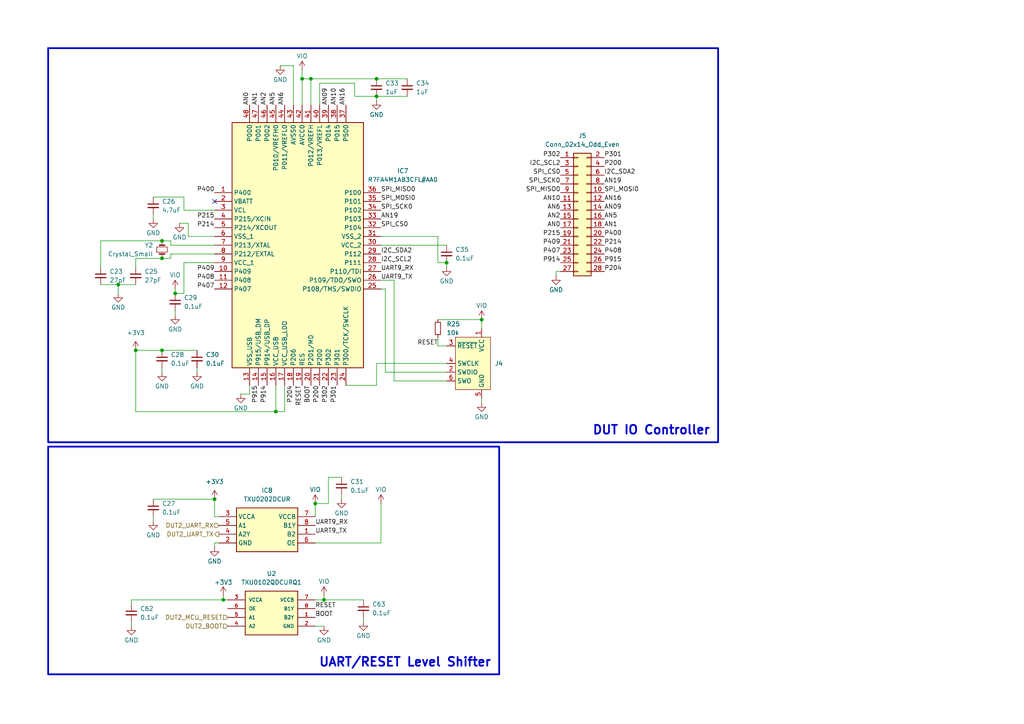
<source format=kicad_sch>
(kicad_sch (version 20250114) (generator "eeschema") (generator_version "9.0")
  (paper "A4")
  (lib_symbols
    (symbol "Connector:Conn_ARM_SWD_TagConnect_TC2030-NL" (in_bom no)
      (property "Reference" "J" (at 2.54 11.43 0))
      (property "Value" "Conn_ARM_SWD_TagConnect_TC2030-NL" (at 2.54 8.89 0))
      (symbol "Conn_ARM_SWD_TagConnect_TC2030-NL_0_0"
        (pin power_in line (at -2.54 10.16 270) (length 2.54) (name "VCC") (number "1"))
        (pin power_in line (at -2.54 -10.16 90) (length 2.54) (name "GND") (number "5"))
        (pin open_collector line (at 7.62 5.08 180) (length 2.54) (name "~{RESET}") (number "3"))
        (pin output line (at 7.62 0 180) (length 2.54) (name "SWCLK") (number "4"))
        (pin bidirectional line (at 7.62 -2.54 180) (length 2.54) (name "SWDIO") (number "2"))
        (pin input line (at 7.62 -5.08 180) (length 2.54) (name "SWO") (number "6"))
      )
      (symbol "Conn_ARM_SWD_TagConnect_TC2030-NL_0_1"
        (rectangle (start -5.08 7.62) (end 5.08 -7.62) (fill (type background)))
      )
    )
    (symbol "Connector_Generic:Conn_02x14_Odd_Even" (pin_names (offset 1.016) (hide yes))
      (property "Reference" "J" (at 1.27 17.78 0))
      (property "Value" "Conn_02x14_Odd_Even" (at 1.27 -20.32 0))
      (symbol "Conn_02x14_Odd_Even_1_1"
        (rectangle (start -1.27 16.51) (end 3.81 -19.05) (stroke (width 0.254)) (fill (type background)))
        (rectangle (start -1.27 15.367) (end 0 15.113) (stroke (width 0.1524)))
        (rectangle (start -1.27 12.827) (end 0 12.573) (stroke (width 0.1524)))
        (rectangle (start -1.27 10.287) (end 0 10.033) (stroke (width 0.1524)))
        (rectangle (start -1.27 7.747) (end 0 7.493) (stroke (width 0.1524)))
        (rectangle (start -1.27 5.207) (end 0 4.953) (stroke (width 0.1524)))
        (rectangle (start -1.27 2.667) (end 0 2.413) (stroke (width 0.1524)))
        (rectangle (start -1.27 0.127) (end 0 -0.127) (stroke (width 0.1524)))
        (rectangle (start -1.27 -2.413) (end 0 -2.667) (stroke (width 0.1524)))
        (rectangle (start -1.27 -4.953) (end 0 -5.207) (stroke (width 0.1524)))
        (rectangle (start -1.27 -7.493) (end 0 -7.747) (stroke (width 0.1524)))
        (rectangle (start -1.27 -10.033) (end 0 -10.287) (stroke (width 0.1524)))
        (rectangle (start -1.27 -12.573) (end 0 -12.827) (stroke (width 0.1524)))
        (rectangle (start -1.27 -15.113) (end 0 -15.367) (stroke (width 0.1524)))
        (rectangle (start -1.27 -17.653) (end 0 -17.907) (stroke (width 0.1524)))
        (rectangle (start 3.81 15.367) (end 2.54 15.113) (stroke (width 0.1524)))
        (rectangle (start 3.81 12.827) (end 2.54 12.573) (stroke (width 0.1524)))
        (rectangle (start 3.81 10.287) (end 2.54 10.033) (stroke (width 0.1524)))
        (rectangle (start 3.81 7.747) (end 2.54 7.493) (stroke (width 0.1524)))
        (rectangle (start 3.81 5.207) (end 2.54 4.953) (stroke (width 0.1524)))
        (rectangle (start 3.81 2.667) (end 2.54 2.413) (stroke (width 0.1524)))
        (rectangle (start 3.81 0.127) (end 2.54 -0.127) (stroke (width 0.1524)))
        (rectangle (start 3.81 -2.413) (end 2.54 -2.667) (stroke (width 0.1524)))
        (rectangle (start 3.81 -4.953) (end 2.54 -5.207) (stroke (width 0.1524)))
        (rectangle (start 3.81 -7.493) (end 2.54 -7.747) (stroke (width 0.1524)))
        (rectangle (start 3.81 -10.033) (end 2.54 -10.287) (stroke (width 0.1524)))
        (rectangle (start 3.81 -12.573) (end 2.54 -12.827) (stroke (width 0.1524)))
        (rectangle (start 3.81 -15.113) (end 2.54 -15.367) (stroke (width 0.1524)))
        (rectangle (start 3.81 -17.653) (end 2.54 -17.907) (stroke (width 0.1524)))
        (pin passive line (at -5.08 15.24 0) (length 3.81) (name "Pin_1") (number "1"))
        (pin passive line (at -5.08 12.7 0) (length 3.81) (name "Pin_3") (number "3"))
        (pin passive line (at -5.08 10.16 0) (length 3.81) (name "Pin_5") (number "5"))
        (pin passive line (at -5.08 7.62 0) (length 3.81) (name "Pin_7") (number "7"))
        (pin passive line (at -5.08 5.08 0) (length 3.81) (name "Pin_9") (number "9"))
        (pin passive line (at -5.08 2.54 0) (length 3.81) (name "Pin_11") (number "11"))
        (pin passive line (at -5.08 0 0) (length 3.81) (name "Pin_13") (number "13"))
        (pin passive line (at -5.08 -2.54 0) (length 3.81) (name "Pin_15") (number "15"))
        (pin passive line (at -5.08 -5.08 0) (length 3.81) (name "Pin_17") (number "17"))
        (pin passive line (at -5.08 -7.62 0) (length 3.81) (name "Pin_19") (number "19"))
        (pin passive line (at -5.08 -10.16 0) (length 3.81) (name "Pin_21") (number "21"))
        (pin passive line (at -5.08 -12.7 0) (length 3.81) (name "Pin_23") (number "23"))
        (pin passive line (at -5.08 -15.24 0) (length 3.81) (name "Pin_25") (number "25"))
        (pin passive line (at -5.08 -17.78 0) (length 3.81) (name "Pin_27") (number "27"))
        (pin passive line (at 7.62 15.24 180) (length 3.81) (name "Pin_2") (number "2"))
        (pin passive line (at 7.62 12.7 180) (length 3.81) (name "Pin_4") (number "4"))
        (pin passive line (at 7.62 10.16 180) (length 3.81) (name "Pin_6") (number "6"))
        (pin passive line (at 7.62 7.62 180) (length 3.81) (name "Pin_8") (number "8"))
        (pin passive line (at 7.62 5.08 180) (length 3.81) (name "Pin_10") (number "10"))
        (pin passive line (at 7.62 2.54 180) (length 3.81) (name "Pin_12") (number "12"))
        (pin passive line (at 7.62 0 180) (length 3.81) (name "Pin_14") (number "14"))
        (pin passive line (at 7.62 -2.54 180) (length 3.81) (name "Pin_16") (number "16"))
        (pin passive line (at 7.62 -5.08 180) (length 3.81) (name "Pin_18") (number "18"))
        (pin passive line (at 7.62 -7.62 180) (length 3.81) (name "Pin_20") (number "20"))
        (pin passive line (at 7.62 -10.16 180) (length 3.81) (name "Pin_22") (number "22"))
        (pin passive line (at 7.62 -12.7 180) (length 3.81) (name "Pin_24") (number "24"))
        (pin passive line (at 7.62 -15.24 180) (length 3.81) (name "Pin_26") (number "26"))
        (pin passive line (at 7.62 -17.78 180) (length 3.81) (name "Pin_28") (number "28"))
      )
    )
    (symbol "Device:C_Small" (pin_numbers (hide yes)) (pin_names (offset 0.254) (hide yes))
      (property "Reference" "C" (at 0.254 1.778 0))
      (property "Value" "C_Small" (at 0.254 -2.032 0))
      (symbol "C_Small_0_1"
        (polyline (pts (xy -1.524 0.508) (xy 1.524 0.508)) (stroke (width 0.3048)))
        (polyline (pts (xy -1.524 -0.508) (xy 1.524 -0.508)) (stroke (width 0.3302)))
      )
      (symbol "C_Small_1_1"
        (pin passive line (at 0 2.54 270) (length 2.032) (name "~") (number "1"))
        (pin passive line (at 0 -2.54 90) (length 2.032) (name "~") (number "2"))
      )
    )
    (symbol "Device:Crystal_Small" (pin_numbers (hide yes)) (pin_names (offset 1.016) (hide yes))
      (property "Reference" "Y" (at 0 2.54 0))
      (property "Value" "Crystal_Small" (at 0 -2.54 0))
      (symbol "Crystal_Small_0_1"
        (polyline (pts (xy -1.27 -0.762) (xy -1.27 0.762)) (stroke (width 0.381)))
        (rectangle (start -0.762 -1.524) (end 0.762 1.524))
        (polyline (pts (xy 1.27 -0.762) (xy 1.27 0.762)) (stroke (width 0.381)))
      )
      (symbol "Crystal_Small_1_1"
        (pin passive line (at -2.54 0 0) (length 1.27) (name "1") (number "1"))
        (pin passive line (at 2.54 0 180) (length 1.27) (name "2") (number "2"))
      )
    )
    (symbol "Device:R_Small" (pin_numbers (hide yes)) (pin_names (offset 0.254) (hide yes))
      (property "Reference" "R" (at 0.762 0.508 0))
      (property "Value" "R_Small" (at 0.762 -1.016 0))
      (symbol "R_Small_0_1"
        (rectangle (start -0.762 1.778) (end 0.762 -1.778) (stroke (width 0.2032)))
      )
      (symbol "R_Small_1_1"
        (pin passive line (at 0 2.54 270) (length 0.762) (name "~") (number "1"))
        (pin passive line (at 0 -2.54 90) (length 0.762) (name "~") (number "2"))
      )
    )
    (symbol "dut_hub:R7FA4M1AB3CFL#AA0"
      (property "Reference" "IC" (at 44.45 25.4 0))
      (property "Value" "R7FA4M1AB3CFL#AA0" (at 44.45 22.86 0))
      (symbol "R7FA4M1AB3CFL#AA0_1_1"
        (rectangle (start 5.08 20.32) (end 43.18 -50.8) (stroke (width 0.254)) (fill (type background)))
        (pin passive line (at 0 0 0) (length 5.08) (name "P400") (number "1"))
        (pin passive line (at 0 -2.54 0) (length 5.08) (name "VBATT") (number "2"))
        (pin passive line (at 0 -5.08 0) (length 5.08) (name "VCL") (number "3"))
        (pin passive line (at 0 -7.62 0) (length 5.08) (name "P215/XCIN") (number "4"))
        (pin passive line (at 0 -10.16 0) (length 5.08) (name "P214/XCOUT") (number "5"))
        (pin passive line (at 0 -12.7 0) (length 5.08) (name "VSS_1") (number "6"))
        (pin passive line (at 0 -15.24 0) (length 5.08) (name "P213/XTAL") (number "7"))
        (pin passive line (at 0 -17.78 0) (length 5.08) (name "P212/EXTAL") (number "8"))
        (pin passive line (at 0 -20.32 0) (length 5.08) (name "VCC_1") (number "9"))
        (pin passive line (at 0 -22.86 0) (length 5.08) (name "P409") (number "10"))
        (pin passive line (at 0 -25.4 0) (length 5.08) (name "P408") (number "11"))
        (pin passive line (at 0 -27.94 0) (length 5.08) (name "P407") (number "12"))
        (pin passive line (at 10.16 25.4 270) (length 5.08) (name "P000") (number "48"))
        (pin passive line (at 10.16 -55.88 90) (length 5.08) (name "VSS_USB") (number "13"))
        (pin passive line (at 12.7 25.4 270) (length 5.08) (name "P001") (number "47"))
        (pin passive line (at 12.7 -55.88 90) (length 5.08) (name "P915/USB_DM") (number "14"))
        (pin passive line (at 15.24 25.4 270) (length 5.08) (name "P002") (number "46"))
        (pin passive line (at 15.24 -55.88 90) (length 5.08) (name "P914/USB_DP") (number "15"))
        (pin passive line (at 17.78 25.4 270) (length 5.08) (name "P010/VREFH0") (number "45"))
        (pin passive line (at 17.78 -55.88 90) (length 5.08) (name "VCC_USB") (number "16"))
        (pin passive line (at 20.32 25.4 270) (length 5.08) (name "P011/VREFL0") (number "44"))
        (pin passive line (at 20.32 -55.88 90) (length 5.08) (name "VCC_USB_LDO") (number "17"))
        (pin passive line (at 22.86 25.4 270) (length 5.08) (name "AVSS0") (number "43"))
        (pin passive line (at 22.86 -55.88 90) (length 5.08) (name "P206") (number "18"))
        (pin passive line (at 25.4 25.4 270) (length 5.08) (name "AVCC0") (number "42"))
        (pin passive line (at 25.4 -55.88 90) (length 5.08) (name "RES") (number "19"))
        (pin passive line (at 27.94 25.4 270) (length 5.08) (name "P012/VREFH") (number "41"))
        (pin passive line (at 27.94 -55.88 90) (length 5.08) (name "P201/MD") (number "20"))
        (pin passive line (at 30.48 25.4 270) (length 5.08) (name "P013/VREFL") (number "40"))
        (pin passive line (at 30.48 -55.88 90) (length 5.08) (name "P200") (number "21"))
        (pin passive line (at 33.02 25.4 270) (length 5.08) (name "P014") (number "39"))
        (pin passive line (at 33.02 -55.88 90) (length 5.08) (name "P302") (number "22"))
        (pin passive line (at 35.56 25.4 270) (length 5.08) (name "P015") (number "38"))
        (pin passive line (at 35.56 -55.88 90) (length 5.08) (name "P301") (number "23"))
        (pin passive line (at 38.1 25.4 270) (length 5.08) (name "P500") (number "37"))
        (pin passive line (at 38.1 -55.88 90) (length 5.08) (name "P300/TCK/SWCLK") (number "24"))
        (pin passive line (at 48.26 0 180) (length 5.08) (name "P100") (number "36"))
        (pin passive line (at 48.26 -2.54 180) (length 5.08) (name "P101") (number "35"))
        (pin passive line (at 48.26 -5.08 180) (length 5.08) (name "P102") (number "34"))
        (pin passive line (at 48.26 -7.62 180) (length 5.08) (name "P103") (number "33"))
        (pin passive line (at 48.26 -10.16 180) (length 5.08) (name "P104") (number "32"))
        (pin passive line (at 48.26 -12.7 180) (length 5.08) (name "VSS_2") (number "31"))
        (pin passive line (at 48.26 -15.24 180) (length 5.08) (name "VCC_2") (number "30"))
        (pin passive line (at 48.26 -17.78 180) (length 5.08) (name "P112") (number "29"))
        (pin passive line (at 48.26 -20.32 180) (length 5.08) (name "P111") (number "28"))
        (pin passive line (at 48.26 -22.86 180) (length 5.08) (name "P110/TDI") (number "27"))
        (pin passive line (at 48.26 -25.4 180) (length 5.08) (name "P109/TDO/SWO") (number "26"))
        (pin passive line (at 48.26 -27.94 180) (length 5.08) (name "P108/TMS/SWDIO") (number "25"))
      )
    )
    (symbol "dut_hub:TXU0102QDCURQ1" (pin_names (offset 1.016))
      (property "Reference" "U" (at -7.62 13.462 0))
      (property "Value" "TXU0102QDCURQ1" (at -7.62 -2.54 0))
      (symbol "TXU0102QDCURQ1_0_0"
        (rectangle (start -7.62 12.7) (end 7.62 0) (stroke (width 0.254)) (fill (type background)))
        (pin power_in line (at -12.7 10.16 0) (length 5.08) (name "VCCA") (number "3"))
        (pin input line (at -12.7 7.62 0) (length 5.08) (name "OE") (number "6"))
        (pin input line (at -12.7 5.08 0) (length 5.08) (name "A1") (number "5"))
        (pin input line (at -12.7 2.54 0) (length 5.08) (name "A2") (number "4"))
        (pin power_in line (at 12.7 10.16 180) (length 5.08) (name "VCCB") (number "7"))
        (pin output line (at 12.7 7.62 180) (length 5.08) (name "B1Y") (number "8"))
        (pin output line (at 12.7 5.08 180) (length 5.08) (name "B2Y") (number "1"))
        (pin power_in line (at 12.7 2.54 180) (length 5.08) (name "GND") (number "2"))
      )
    )
    (symbol "dut_hub:TXU0202DCUR"
      (property "Reference" "IC" (at 6.858 8.128 0))
      (property "Value" "TXU0202DCUR" (at 6.858 5.588 0))
      (symbol "TXU0202DCUR_1_1"
        (rectangle (start 5.08 2.54) (end 22.86 -10.16) (stroke (width 0.254)) (fill (type background)))
        (pin power_in line (at 0 0 0) (length 5.08) (name "VCCA") (number "3"))
        (pin input line (at 0 -2.54 0) (length 5.08) (name "A1") (number "5"))
        (pin output line (at 0 -5.08 0) (length 5.08) (name "A2Y") (number "4"))
        (pin power_in line (at 0 -7.62 0) (length 5.08) (name "GND") (number "2"))
        (pin power_in line (at 27.94 0 180) (length 5.08) (name "VCCB") (number "7"))
        (pin output line (at 27.94 -2.54 180) (length 5.08) (name "B1Y") (number "8"))
        (pin input line (at 27.94 -5.08 180) (length 5.08) (name "B2") (number "1"))
        (pin input line (at 27.94 -7.62 180) (length 5.08) (name "OE") (number "6"))
      )
    )
    (symbol "power:+3V3" (power) (pin_numbers (hide yes)) (pin_names (offset 0) (hide yes))
      (property "Value" "+3V3" (at 0 3.556 0))
      (symbol "+3V3_0_1"
        (polyline (pts (xy -0.762 1.27) (xy 0 2.54)))
        (polyline (pts (xy 0 2.54) (xy 0.762 1.27)))
        (polyline (pts (xy 0 0) (xy 0 2.54)))
      )
      (symbol "+3V3_1_1"
        (pin power_in line (at 0 0 90) (length 0) (name "~") (number "1"))
      )
    )
    (symbol "power:GND" (power) (pin_numbers (hide yes)) (pin_names (offset 0) (hide yes))
      (property "Value" "GND" (at 0 -3.81 0))
      (symbol "GND_0_1"
        (polyline (pts (xy 0 0) (xy 0 -1.27) (xy 1.27 -1.27) (xy 0 -2.54) (xy -1.27 -1.27) (xy 0 -1.27)))
      )
      (symbol "GND_1_1"
        (pin power_in line (at 0 0 270) (length 0) (name "~") (number "1"))
      )
    )
    (symbol "power:VDC" (power) (pin_numbers (hide yes)) (pin_names (offset 0) (hide yes))
      (property "Value" "VDC" (at 0 3.556 0))
      (symbol "VDC_0_1"
        (polyline (pts (xy -0.762 1.27) (xy 0 2.54)))
        (polyline (pts (xy 0 2.54) (xy 0.762 1.27)))
        (polyline (pts (xy 0 0) (xy 0 2.54)))
      )
      (symbol "VDC_1_1"
        (pin power_in line (at 0 0 90) (length 0) (name "~") (number "1"))
      )
    )
  )
  (text_box "DUT IO Controller" (at 13.97 13.97 0) (size 194.31 114.3) (margins 2.159 2.159 2.159 2.159) (stroke (width 0.508)) (effects (font (size 2.54 2.54) (thickness 0.508) (bold yes)) (justify right bottom)))
  (text_box "UART/RESET Level Shifter" (at 13.97 129.54 0) (size 130.81 66.04) (margins 2.159 2.159 2.159 2.159) (stroke (width 0.508)) (effects (font (size 2.54 2.54) (thickness 0.508) (bold yes)) (justify right bottom)))
  (junction (at 64.77 173.99))
  (junction (at 39.37 101.6))
  (junction (at 62.23 144.78))
  (junction (at 46.99 69.85))
  (junction (at 93.98 173.99))
  (junction (at 46.99 74.93))
  (junction (at 50.8 85.09))
  (junction (at 129.54 76.2))
  (junction (at 109.22 27.94))
  (junction (at 91.44 146.05))
  (junction (at 139.7 92.71))
  (junction (at 109.22 22.86))
  (junction (at 90.17 22.86))
  (junction (at 87.63 22.86))
  (junction (at 80.01 119.38))
  (junction (at 46.99 101.6))
  (junction (at 34.29 82.55))
  (no_connect (at 62.23 58.42))
  (wire (pts (xy 38.1 173.99) (xy 38.1 175.26)))
  (wire (pts (xy 46.99 69.85) (xy 29.21 69.85)))
  (wire (pts (xy 46.99 106.68) (xy 46.99 107.95)))
  (wire (pts (xy 64.77 173.99) (xy 38.1 173.99)))
  (wire (pts (xy 50.8 83.82) (xy 50.8 85.09)))
  (wire (pts (xy 57.15 106.68) (xy 57.15 107.95)))
  (wire (pts (xy 62.23 76.2) (xy 53.34 76.2)))
  (wire (pts (xy 129.54 105.41) (xy 109.22 105.41)))
  (wire (pts (xy 127 92.71) (xy 139.7 92.71)))
  (wire (pts (xy 91.44 173.99) (xy 93.98 173.99)))
  (wire (pts (xy 49.53 73.66) (xy 49.53 74.93)))
  (wire (pts (xy 139.7 115.57) (xy 139.7 116.84)))
  (wire (pts (xy 29.21 82.55) (xy 34.29 82.55)))
  (wire (pts (xy 49.53 71.12) (xy 62.23 71.12)))
  (wire (pts (xy 34.29 82.55) (xy 34.29 85.09)))
  (wire (pts (xy 46.99 69.85) (xy 49.53 69.85)))
  (wire (pts (xy 62.23 144.78) (xy 62.23 149.86)))
  (wire (pts (xy 91.44 149.86) (xy 91.44 146.05)))
  (wire (pts (xy 127 68.58) (xy 127 76.2)))
  (wire (pts (xy 90.17 22.86) (xy 109.22 22.86)))
  (wire (pts (xy 127 76.2) (xy 129.54 76.2)))
  (wire (pts (xy 110.49 71.12) (xy 129.54 71.12)))
  (wire (pts (xy 109.22 111.76) (xy 100.33 111.76)))
  (wire (pts (xy 62.23 68.58) (xy 54.61 68.58)))
  (wire (pts (xy 39.37 119.38) (xy 80.01 119.38)))
  (wire (pts (xy 62.23 157.48) (xy 62.23 158.75)))
  (wire (pts (xy 109.22 22.86) (xy 118.11 22.86)))
  (wire (pts (xy 50.8 90.17) (xy 50.8 91.44)))
  (wire (pts (xy 44.45 149.86) (xy 44.45 151.13)))
  (wire (pts (xy 53.34 57.15) (xy 44.45 57.15)))
  (wire (pts (xy 64.77 172.72) (xy 64.77 173.99)))
  (wire (pts (xy 82.55 111.76) (xy 82.55 119.38)))
  (wire (pts (xy 29.21 69.85) (xy 29.21 77.47)))
  (wire (pts (xy 110.49 68.58) (xy 127 68.58)))
  (wire (pts (xy 72.39 114.3) (xy 69.85 114.3)))
  (wire (pts (xy 53.34 85.09) (xy 50.8 85.09)))
  (wire (pts (xy 129.54 107.95) (xy 111.76 107.95)))
  (wire (pts (xy 109.22 27.94) (xy 109.22 29.21)))
  (wire (pts (xy 127 100.33) (xy 127 97.79)))
  (wire (pts (xy 63.5 149.86) (xy 62.23 149.86)))
  (wire (pts (xy 90.17 22.86) (xy 90.17 30.48)))
  (wire (pts (xy 63.5 157.48) (xy 62.23 157.48)))
  (wire (pts (xy 110.49 146.05) (xy 110.49 157.48)))
  (wire (pts (xy 62.23 73.66) (xy 49.53 73.66)))
  (wire (pts (xy 53.34 60.96) (xy 53.34 57.15)))
  (wire (pts (xy 111.76 83.82) (xy 111.76 107.95)))
  (wire (pts (xy 114.3 110.49) (xy 129.54 110.49)))
  (wire (pts (xy 54.61 68.58) (xy 54.61 64.77)))
  (wire (pts (xy 39.37 101.6) (xy 46.99 101.6)))
  (wire (pts (xy 99.06 138.43) (xy 95.25 138.43)))
  (wire (pts (xy 62.23 60.96) (xy 53.34 60.96)))
  (wire (pts (xy 46.99 101.6) (xy 57.15 101.6)))
  (wire (pts (xy 46.99 74.93) (xy 39.37 74.93)))
  (wire (pts (xy 93.98 173.99) (xy 93.98 172.72)))
  (wire (pts (xy 102.87 24.13) (xy 102.87 27.94)))
  (wire (pts (xy 114.3 81.28) (xy 114.3 110.49)))
  (wire (pts (xy 80.01 119.38) (xy 80.01 111.76)))
  (wire (pts (xy 162.56 78.74) (xy 161.29 78.74)))
  (wire (pts (xy 92.71 30.48) (xy 92.71 24.13)))
  (wire (pts (xy 99.06 143.51) (xy 99.06 144.78)))
  (wire (pts (xy 39.37 74.93) (xy 39.37 77.47)))
  (wire (pts (xy 54.61 64.77) (xy 52.07 64.77)))
  (wire (pts (xy 87.63 22.86) (xy 87.63 30.48)))
  (wire (pts (xy 44.45 62.23) (xy 44.45 63.5)))
  (wire (pts (xy 34.29 82.55) (xy 39.37 82.55)))
  (wire (pts (xy 81.28 19.05) (xy 85.09 19.05)))
  (wire (pts (xy 72.39 111.76) (xy 72.39 114.3)))
  (wire (pts (xy 129.54 76.2) (xy 129.54 77.47)))
  (wire (pts (xy 110.49 81.28) (xy 114.3 81.28)))
  (wire (pts (xy 91.44 157.48) (xy 110.49 157.48)))
  (wire (pts (xy 39.37 101.6) (xy 39.37 119.38)))
  (wire (pts (xy 129.54 100.33) (xy 127 100.33)))
  (wire (pts (xy 85.09 19.05) (xy 85.09 30.48)))
  (wire (pts (xy 49.53 69.85) (xy 49.53 71.12)))
  (wire (pts (xy 95.25 138.43) (xy 95.25 146.05)))
  (wire (pts (xy 44.45 144.78) (xy 62.23 144.78)))
  (wire (pts (xy 95.25 146.05) (xy 91.44 146.05)))
  (wire (pts (xy 111.76 83.82) (xy 110.49 83.82)))
  (wire (pts (xy 53.34 76.2) (xy 53.34 85.09)))
  (wire (pts (xy 109.22 27.94) (xy 118.11 27.94)))
  (wire (pts (xy 66.04 173.99) (xy 64.77 173.99)))
  (wire (pts (xy 109.22 105.41) (xy 109.22 111.76)))
  (wire (pts (xy 38.1 180.34) (xy 38.1 181.61)))
  (wire (pts (xy 87.63 22.86) (xy 90.17 22.86)))
  (wire (pts (xy 80.01 119.38) (xy 82.55 119.38)))
  (wire (pts (xy 87.63 20.32) (xy 87.63 22.86)))
  (wire (pts (xy 105.41 179.07) (xy 105.41 180.34)))
  (wire (pts (xy 102.87 27.94) (xy 109.22 27.94)))
  (wire (pts (xy 49.53 74.93) (xy 46.99 74.93)))
  (wire (pts (xy 91.44 181.61) (xy 93.98 181.61)))
  (wire (pts (xy 161.29 78.74) (xy 161.29 80.01)))
  (wire (pts (xy 93.98 173.99) (xy 105.41 173.99)))
  (wire (pts (xy 92.71 24.13) (xy 102.87 24.13)))
  (wire (pts (xy 139.7 92.71) (xy 139.7 95.25)))
  (label "AN10" (at 97.79 30.48 90))
  (label "SPI_CS0" (at 110.49 66.04 0))
  (label "P200" (at 175.26 48.26 0))
  (label "I2C_SCL2" (at 110.49 76.2 0))
  (label "RESET" (at 87.63 111.76 270))
  (label "AN19" (at 110.49 63.5 0))
  (label "SPI_MISO0" (at 162.56 55.88 180))
  (label "P914" (at 162.56 76.2 180))
  (label "P215" (at 162.56 68.58 180))
  (label "SPI_SCK0" (at 110.49 60.96 0))
  (label "P400" (at 175.26 68.58 0))
  (label "SPI_MISO0" (at 110.49 55.88 0))
  (label "BOOT" (at 90.17 111.76 270) (effects (font (thickness 0.1588))))
  (label "AN2" (at 162.56 63.5 180))
  (label "P400" (at 62.23 55.88 180))
  (label "P914" (at 77.47 111.76 270))
  (label "P407" (at 162.56 73.66 180))
  (label "P214" (at 175.26 71.12 0))
  (label "AN5" (at 80.01 30.48 90))
  (label "I2C_SDA2" (at 110.49 73.66 0))
  (label "AN10" (at 162.56 58.42 180))
  (label "UART9_RX" (at 91.44 152.4 0))
  (label "AN0" (at 162.56 66.04 180))
  (label "P409" (at 62.23 78.74 180))
  (label "AN09" (at 175.26 60.96 0))
  (label "AN0" (at 72.39 30.48 90))
  (label "AN5" (at 175.26 63.5 0))
  (label "AN16" (at 175.26 58.42 0))
  (label "P204" (at 175.26 78.74 0))
  (label "AN1" (at 74.93 30.48 90))
  (label "RESET" (at 91.44 176.53 0))
  (label "P200" (at 92.71 111.76 270))
  (label "UART9_TX" (at 91.44 154.94 0))
  (label "P302" (at 162.56 45.72 180))
  (label "P409" (at 162.56 71.12 180))
  (label "P301" (at 97.79 111.76 270))
  (label "AN1" (at 175.26 66.04 0))
  (label "SPI_MOSI0" (at 175.26 55.88 0))
  (label "P407" (at 62.23 83.82 180))
  (label "AN16" (at 100.33 30.48 90))
  (label "AN09" (at 95.25 30.48 90))
  (label "P408" (at 175.26 73.66 0))
  (label "AN6" (at 162.56 60.96 180))
  (label "P408" (at 62.23 81.28 180))
  (label "P214" (at 62.23 66.04 180))
  (label "SPI_MOSI0" (at 110.49 58.42 0))
  (label "SPI_CS0" (at 162.56 50.8 180))
  (label "P915" (at 74.93 111.76 270))
  (label "AN19" (at 175.26 53.34 0))
  (label "P915" (at 175.26 76.2 0))
  (label "AN6" (at 82.55 30.48 90))
  (label "AN2" (at 77.47 30.48 90))
  (label "P302" (at 95.25 111.76 270))
  (label "BOOT" (at 91.44 179.07 0) (effects (font (thickness 0.1588))))
  (label "SPI_SCK0" (at 162.56 53.34 180))
  (label "I2C_SDA2" (at 175.26 50.8 0))
  (label "UART9_RX" (at 110.49 78.74 0))
  (label "UART9_TX" (at 110.49 81.28 0))
  (label "P301" (at 175.26 45.72 0))
  (label "I2C_SCL2" (at 162.56 48.26 180))
  (label "RESET" (at 127 100.33 180))
  (label "P215" (at 62.23 63.5 180))
  (label "P204" (at 85.09 111.76 270))
  (hierarchical_label "DUT2_BOOT" (shape input) (at 66.04 181.61 180))
  (hierarchical_label "DUT2_UART_RX" (shape input) (at 63.5 152.4 180))
  (hierarchical_label "DUT2_MCU_RESET" (shape input) (at 66.04 179.07 180))
  (hierarchical_label "DUT2_UART_TX" (shape output) (at 63.5 154.94 180))
  (symbol (lib_id "dut_hub:TXU0102QDCURQ1") (at 78.74 184.15 0) (unit 1)
    (property "Reference" "U2" (at 78.74 166.37 0))
    (property "Value" "TXU0102QDCURQ1" (at 78.74 168.91 0))
    (property "Footprint" "dut_hub:SOP50P310X90-8N" (effects (hide yes)))
    (property "MF" "Texas Instruments" (effects (hide yes)))
    (property "MAXIMUM_PACKAGE_HEIGHT" "0.9mm" (effects (hide yes)))
    (property "Package" "None" (effects (hide yes)))
    (property "Price" "None" (effects (hide yes)))
    (property "Check_prices" "https://www.snapeda.com/parts/TXU0102QDCURQ1/Texas+Instruments/view-part/?ref=eda" (effects (hide yes)))
    (property "STANDARD" "IPC-7351B" (effects (hide yes)))
    (property "PARTREV" "August 2022" (effects (hide yes)))
    (property "SnapEDA_Link" "https://www.snapeda.com/parts/TXU0102QDCURQ1/Texas+Instruments/view-part/?ref=snap" (effects (hide yes)))
    (property "MP" "TXU0102QDCURQ1" (effects (hide yes)))
    (property "Description_1" "\n                        \n                            Automotive two-channel fixed-direction level shifter with channels in same direction\n                        \n" (effects (hide yes)))
    (property "Availability" "In Stock" (effects (hide yes)))
    (property "MANUFACTURER" "Texas Instruments" (effects (hide yes)))
  )
  (symbol (lib_id "Connector_Generic:Conn_02x14_Odd_Even") (at 167.64 60.96 0) (unit 1)
    (property "Reference" "J5" (at 168.91 39.37 0))
    (property "Value" "Conn_02x14_Odd_Even" (at 168.91 41.91 0))
    (property "Footprint" "Connector_PinSocket_2.54mm:PinSocket_2x14_P2.54mm_Vertical" (effects (hide yes)))
    (property "Description" "Generic connector, double row, 02x14, odd/even pin numbering scheme (row 1 odd numbers, row 2 even numbers), script generated (kicad-library-utils/schlib/autogen/connector/)" (effects (hide yes)))
  )
  (symbol (lib_id "power:VDC") (at 93.98 172.72 0) (unit 1)
    (property "Reference" "#PWR52" (effects (hide yes)))
    (property "Value" "VIO" (at 93.98 168.656 0))
    (property "Description" "Power symbol creates a global label with name \"VDC\"" (effects (hide yes)))
  )
  (symbol (lib_id "power:GND") (at 46.99 107.95 0) (unit 1)
    (property "Reference" "#PWR68" (effects (hide yes)))
    (property "Value" "GND" (at 46.99 112.014 0))
    (property "Description" "Power symbol creates a global label with name \"GND\" , ground" (effects (hide yes)))
  )
  (symbol (lib_id "power:GND") (at 44.45 151.13 0) (unit 1)
    (property "Reference" "#PWR67" (effects (hide yes)))
    (property "Value" "GND" (at 44.45 155.194 0))
    (property "Description" "Power symbol creates a global label with name \"GND\" , ground" (effects (hide yes)))
  )
  (symbol (lib_id "Device:C_Small") (at 29.21 80.01 0) (unit 1)
    (property "Reference" "C23" (at 31.75 78.7462 0) (effects (justify left)))
    (property "Value" "27pF" (at 31.75 81.2862 0) (effects (justify left)))
    (property "Footprint" "Capacitor_SMD:C_0603_1608Metric" (effects (hide yes)))
    (property "Description" "Unpolarized capacitor, small symbol" (effects (hide yes)))
  )
  (symbol (lib_id "Device:C_Small") (at 38.1 177.8 0) (unit 1)
    (property "Reference" "C62" (at 40.64 176.5362 0) (effects (justify left)))
    (property "Value" "0.1uF" (at 40.64 179.0762 0) (effects (justify left)))
    (property "Footprint" "Capacitor_SMD:C_0603_1608Metric" (effects (hide yes)))
    (property "Description" "Unpolarized capacitor, small symbol" (effects (hide yes)))
  )
  (symbol (lib_id "dut_hub:R7FA4M1AB3CFL#AA0") (at 62.23 55.88 0) (unit 1)
    (property "Reference" "IC7" (at 116.84 49.5614 0))
    (property "Value" "R7FA4M1AB3CFL#AA0" (at 116.84 52.1014 0))
    (property "Footprint" "dut_hub:QFP50P900X900X170-48N" (effects (hide yes)))
    (property "Description" "The Renesas RA4M1 group of microcontrollers (MCUs) uses the high-performance Arm Cortex-M4 core and offers a segment LCD controller and a capacitive touch sensing unit input for intensive HMI designs. The RA4M1 MCU is built on a highly efficient low power process and is supported by an open and flexible ecosystem conceptthe Flexible Software Package (FSP), built on FreeRTOSand is expandable to use other RTOSes and middleware. The RA4M1 is suitable for applications where a large amount of capacitive touc" (effects (hide yes)))
    (property "Height" "1.7" (effects (hide yes)))
    (property "Mouser Part Number" "968-7FA4M1AB3CFL#AA0" (effects (hide yes)))
    (property "Mouser Price/Stock" "https://www.mouser.co.uk/ProductDetail/Renesas-Electronics/R7FA4M1AB3CFLAA0?qs=d0WKAl%252BL4KYWxsbEhmYuYw%3D%3D" (effects (hide yes)))
    (property "Manufacturer_Name" "Renesas Electronics" (effects (hide yes)))
    (property "Manufacturer_Part_Number" "R7FA4M1AB3CFL#AA0" (effects (hide yes)))
  )
  (symbol (lib_id "power:VDC") (at 91.44 146.05 0) (unit 1)
    (property "Reference" "#PWR81" (effects (hide yes)))
    (property "Value" "VIO" (at 91.44 141.986 0))
    (property "Description" "Power symbol creates a global label with name \"VDC\"" (effects (hide yes)))
  )
  (symbol (lib_id "power:GND") (at 69.85 114.3 0) (unit 1)
    (property "Reference" "#PWR77" (effects (hide yes)))
    (property "Value" "GND" (at 69.85 118.364 0))
    (property "Description" "Power symbol creates a global label with name \"GND\" , ground" (effects (hide yes)))
  )
  (symbol (lib_id "power:VDC") (at 50.8 83.82 0) (unit 1)
    (property "Reference" "#PWR69" (effects (hide yes)))
    (property "Value" "VIO" (at 50.8 79.756 0))
    (property "Description" "Power symbol creates a global label with name \"VDC\"" (effects (hide yes)))
  )
  (symbol (lib_id "Device:C_Small") (at 105.41 176.53 0) (unit 1)
    (property "Reference" "C63" (at 107.95 175.2662 0) (effects (justify left)))
    (property "Value" "0.1uF" (at 107.95 177.8062 0) (effects (justify left)))
    (property "Footprint" "Capacitor_SMD:C_0603_1608Metric" (effects (hide yes)))
    (property "Description" "Unpolarized capacitor, small symbol" (effects (hide yes)))
  )
  (symbol (lib_id "Device:C_Small") (at 44.45 59.69 0) (unit 1)
    (property "Reference" "C26" (at 46.99 58.4262 0) (effects (justify left)))
    (property "Value" "4.7uF" (at 46.99 60.9662 0) (effects (justify left)))
    (property "Footprint" "Capacitor_SMD:C_0603_1608Metric" (effects (hide yes)))
    (property "Description" "Unpolarized capacitor, small symbol" (effects (hide yes)))
  )
  (symbol (lib_id "power:GND") (at 34.29 85.09 0) (unit 1)
    (property "Reference" "#PWR63" (effects (hide yes)))
    (property "Value" "GND" (at 34.29 89.154 0))
    (property "Description" "Power symbol creates a global label with name \"GND\" , ground" (effects (hide yes)))
  )
  (symbol (lib_id "Device:C_Small") (at 39.37 80.01 0) (unit 1)
    (property "Reference" "C25" (at 41.91 78.7462 0) (effects (justify left)))
    (property "Value" "27pF" (at 41.91 81.2862 0) (effects (justify left)))
    (property "Footprint" "Capacitor_SMD:C_0603_1608Metric" (effects (hide yes)))
    (property "Description" "Unpolarized capacitor, small symbol" (effects (hide yes)))
  )
  (symbol (lib_id "power:GND") (at 57.15 107.95 0) (unit 1)
    (property "Reference" "#PWR72" (effects (hide yes)))
    (property "Value" "GND" (at 57.15 112.014 0))
    (property "Description" "Power symbol creates a global label with name \"GND\" , ground" (effects (hide yes)))
  )
  (symbol (lib_id "power:GND") (at 50.8 91.44 0) (unit 1)
    (property "Reference" "#PWR70" (effects (hide yes)))
    (property "Value" "GND" (at 50.8 95.504 0))
    (property "Description" "Power symbol creates a global label with name \"GND\" , ground" (effects (hide yes)))
  )
  (symbol (lib_id "power:GND") (at 129.54 77.47 0) (unit 1)
    (property "Reference" "#PWR86" (effects (hide yes)))
    (property "Value" "GND" (at 129.54 81.534 0))
    (property "Description" "Power symbol creates a global label with name \"GND\" , ground" (effects (hide yes)))
  )
  (symbol (lib_id "power:GND") (at 109.22 29.21 0) (unit 1)
    (property "Reference" "#PWR84" (effects (hide yes)))
    (property "Value" "GND" (at 109.22 33.274 0))
    (property "Description" "Power symbol creates a global label with name \"GND\" , ground" (effects (hide yes)))
  )
  (symbol (lib_id "power:+3V3") (at 64.77 172.72 0) (unit 1)
    (property "Reference" "#PWR47" (effects (hide yes)))
    (property "Value" "+3V3" (at 64.77 168.91 0))
    (property "Description" "Power symbol creates a global label with name \"+3V3\"" (effects (hide yes)))
  )
  (symbol (lib_id "Device:C_Small") (at 50.8 87.63 0) (unit 1)
    (property "Reference" "C29" (at 53.34 86.3662 0) (effects (justify left)))
    (property "Value" "0.1uF" (at 53.34 88.9062 0) (effects (justify left)))
    (property "Footprint" "Capacitor_SMD:C_0603_1608Metric" (effects (hide yes)))
    (property "Description" "Unpolarized capacitor, small symbol" (effects (hide yes)))
  )
  (symbol (lib_id "Device:Crystal_Small") (at 46.99 72.39 270) (mirror x) (unit 1)
    (property "Reference" "Y2" (at 44.45 71.1199 90) (effects (justify right)))
    (property "Value" "Crystal_Small" (at 44.45 73.6599 90) (effects (justify right)))
    (property "Footprint" "Crystal:Crystal_SMD_Abracon_ABM3-2Pin_5.0x3.2mm" (effects (hide yes)))
    (property "Description" "Two pin crystal, small symbol" (effects (hide yes)))
  )
  (symbol (lib_id "power:GND") (at 81.28 19.05 0) (unit 1)
    (property "Reference" "#PWR78" (effects (hide yes)))
    (property "Value" "GND" (at 81.28 23.114 0))
    (property "Description" "Power symbol creates a global label with name \"GND\" , ground" (effects (hide yes)))
  )
  (symbol (lib_id "power:VDC") (at 87.63 20.32 0) (unit 1)
    (property "Reference" "#PWR80" (effects (hide yes)))
    (property "Value" "VIO" (at 87.63 16.256 0))
    (property "Description" "Power symbol creates a global label with name \"VDC\"" (effects (hide yes)))
  )
  (symbol (lib_id "Device:C_Small") (at 109.22 25.4 0) (unit 1)
    (property "Reference" "C33" (at 111.76 24.1362 0) (effects (justify left)))
    (property "Value" "1uF" (at 111.76 26.6762 0) (effects (justify left)))
    (property "Footprint" "Capacitor_SMD:C_0603_1608Metric" (effects (hide yes)))
    (property "Description" "Unpolarized capacitor, small symbol" (effects (hide yes)))
  )
  (symbol (lib_id "Device:C_Small") (at 129.54 73.66 0) (unit 1)
    (property "Reference" "C35" (at 132.08 72.3962 0) (effects (justify left)))
    (property "Value" "0.1uF" (at 132.08 74.9362 0) (effects (justify left)))
    (property "Footprint" "Capacitor_SMD:C_0603_1608Metric" (effects (hide yes)))
    (property "Description" "Unpolarized capacitor, small symbol" (effects (hide yes)))
  )
  (symbol (lib_id "power:GND") (at 139.7 116.84 0) (unit 1)
    (property "Reference" "#PWR88" (effects (hide yes)))
    (property "Value" "GND" (at 139.7 120.904 0))
    (property "Description" "Power symbol creates a global label with name \"GND\" , ground" (effects (hide yes)))
  )
  (symbol (lib_id "Device:C_Small") (at 46.99 104.14 0) (unit 1)
    (property "Reference" "C28" (at 49.53 102.8762 0) (effects (justify left)))
    (property "Value" "0.1uF" (at 49.53 105.4162 0) (effects (justify left)))
    (property "Footprint" "Capacitor_SMD:C_0603_1608Metric" (effects (hide yes)))
    (property "Description" "Unpolarized capacitor, small symbol" (effects (hide yes)))
  )
  (symbol (lib_id "power:GND") (at 52.07 64.77 0) (unit 1)
    (property "Reference" "#PWR71" (effects (hide yes)))
    (property "Value" "GND" (at 52.07 68.834 0))
    (property "Description" "Power symbol creates a global label with name \"GND\" , ground" (effects (hide yes)))
  )
  (symbol (lib_id "power:GND") (at 44.45 63.5 0) (unit 1)
    (property "Reference" "#PWR66" (effects (hide yes)))
    (property "Value" "GND" (at 44.45 67.564 0))
    (property "Description" "Power symbol creates a global label with name \"GND\" , ground" (effects (hide yes)))
  )
  (symbol (lib_id "power:+3V3") (at 62.23 144.78 0) (unit 1)
    (property "Reference" "#PWR75" (effects (hide yes)))
    (property "Value" "+3V3" (at 62.23 139.7 0))
    (property "Description" "Power symbol creates a global label with name \"+3V3\"" (effects (hide yes)))
  )
  (symbol (lib_id "power:VDC") (at 110.49 146.05 0) (unit 1)
    (property "Reference" "#PWR85" (effects (hide yes)))
    (property "Value" "VIO" (at 110.49 141.986 0))
    (property "Description" "Power symbol creates a global label with name \"VDC\"" (effects (hide yes)))
  )
  (symbol (lib_id "dut_hub:TXU0202DCUR") (at 63.5 149.86 0) (unit 1)
    (property "Reference" "IC8" (at 77.47 142.24 0))
    (property "Value" "TXU0202DCUR" (at 77.47 144.78 0))
    (property "Footprint" "dut_hub:SOP50P310X90-8N" (effects (hide yes)))
    (property "Datasheet" "https://www.ti.com/product/ja-jp/TXU0202" (effects (hide yes)))
    (property "Description" "Translation - Voltage Levels Two channel fixed-direction level shifter with channels in opposite direction" (effects (hide yes)))
    (property "Height" "0.9" (effects (hide yes)))
    (property "Mouser Part Number" "595-TXU0202DCUR" (effects (hide yes)))
    (property "Mouser Price/Stock" "https://www.mouser.co.uk/ProductDetail/Texas-Instruments/TXU0202DCUR?qs=t7xnP681wgVssPLUozppFA%3D%3D" (effects (hide yes)))
    (property "Manufacturer_Name" "Texas Instruments" (effects (hide yes)))
    (property "Manufacturer_Part_Number" "TXU0202DCUR" (effects (hide yes)))
  )
  (symbol (lib_id "Device:C_Small") (at 44.45 147.32 0) (unit 1)
    (property "Reference" "C27" (at 46.99 146.0562 0) (effects (justify left)))
    (property "Value" "0.1uF" (at 46.99 148.5962 0) (effects (justify left)))
    (property "Footprint" "Capacitor_SMD:C_0603_1608Metric" (effects (hide yes)))
    (property "Description" "Unpolarized capacitor, small symbol" (effects (hide yes)))
  )
  (symbol (lib_id "Device:C_Small") (at 99.06 140.97 0) (unit 1)
    (property "Reference" "C31" (at 101.6 139.7062 0) (effects (justify left)))
    (property "Value" "0.1uF" (at 101.6 142.2462 0) (effects (justify left)))
    (property "Footprint" "Capacitor_SMD:C_0603_1608Metric" (effects (hide yes)))
    (property "Description" "Unpolarized capacitor, small symbol" (effects (hide yes)))
  )
  (symbol (lib_id "Connector:Conn_ARM_SWD_TagConnect_TC2030-NL") (at 137.16 105.41 0) (mirror y) (unit 1) (in_bom no)
    (property "Reference" "J4" (at 143.51 105.4099 0) (effects (justify right)))
    (property "Value" "Conn_ARM_SWD_TagConnect_TC2030-NL" (effects (hide yes)))
    (property "Footprint" "Connector:Tag-Connect_TC2030-IDC-NL_2x03_P1.27mm_Vertical" (effects (hide yes)))
    (property "Datasheet" "https://www.tag-connect.com/wp-content/uploads/bsk-pdf-manager/TC2030-CTX_1.pdf" (effects (hide yes)))
    (property "Description" "Tag-Connect ARM Cortex SWD JTAG connector, 6 pin, no legs" (effects (hide yes)))
  )
  (symbol (lib_id "power:+3V3") (at 39.37 101.6 0) (unit 1)
    (property "Reference" "#PWR65" (effects (hide yes)))
    (property "Value" "+3V3" (at 39.37 96.52 0))
    (property "Description" "Power symbol creates a global label with name \"+3V3\"" (effects (hide yes)))
  )
  (symbol (lib_id "power:GND") (at 105.41 180.34 0) (unit 1)
    (property "Reference" "#PWR173" (effects (hide yes)))
    (property "Value" "GND" (at 105.41 184.404 0))
    (property "Description" "Power symbol creates a global label with name \"GND\" , ground" (effects (hide yes)))
  )
  (symbol (lib_id "power:GND") (at 38.1 181.61 0) (unit 1)
    (property "Reference" "#PWR46" (effects (hide yes)))
    (property "Value" "GND" (at 38.1 185.674 0))
    (property "Description" "Power symbol creates a global label with name \"GND\" , ground" (effects (hide yes)))
  )
  (symbol (lib_id "Device:C_Small") (at 118.11 25.4 0) (unit 1)
    (property "Reference" "C34" (at 120.65 24.1362 0) (effects (justify left)))
    (property "Value" "1uF" (at 120.65 26.6762 0) (effects (justify left)))
    (property "Footprint" "Capacitor_SMD:C_0603_1608Metric" (effects (hide yes)))
    (property "Description" "Unpolarized capacitor, small symbol" (effects (hide yes)))
  )
  (symbol (lib_id "power:GND") (at 99.06 144.78 0) (unit 1)
    (property "Reference" "#PWR82" (effects (hide yes)))
    (property "Value" "GND" (at 99.06 148.844 0))
    (property "Description" "Power symbol creates a global label with name \"GND\" , ground" (effects (hide yes)))
  )
  (symbol (lib_id "Device:C_Small") (at 57.15 104.14 0) (unit 1)
    (property "Reference" "C30" (at 59.69 102.8762 0) (effects (justify left)))
    (property "Value" "0.1uF" (at 59.69 105.4162 0) (effects (justify left)))
    (property "Footprint" "Capacitor_SMD:C_0603_1608Metric" (effects (hide yes)))
    (property "Description" "Unpolarized capacitor, small symbol" (effects (hide yes)))
  )
  (symbol (lib_id "power:GND") (at 161.29 80.01 0) (unit 1)
    (property "Reference" "#PWR89" (effects (hide yes)))
    (property "Value" "GND" (at 161.29 84.074 0))
    (property "Description" "Power symbol creates a global label with name \"GND\" , ground" (effects (hide yes)))
  )
  (symbol (lib_id "power:VDC") (at 139.7 92.71 0) (unit 1)
    (property "Reference" "#PWR87" (effects (hide yes)))
    (property "Value" "VIO" (at 139.7 88.646 0))
    (property "Description" "Power symbol creates a global label with name \"VDC\"" (effects (hide yes)))
  )
  (symbol (lib_id "power:GND") (at 62.23 158.75 0) (unit 1)
    (property "Reference" "#PWR76" (effects (hide yes)))
    (property "Value" "GND" (at 62.23 162.814 0))
    (property "Description" "Power symbol creates a global label with name \"GND\" , ground" (effects (hide yes)))
  )
  (symbol (lib_id "Device:R_Small") (at 127 95.25 0) (unit 1)
    (property "Reference" "R25" (at 129.54 93.9799 0) (effects (justify left)))
    (property "Value" "10k" (at 129.54 96.5199 0) (effects (justify left)))
    (property "Footprint" "Resistor_SMD:R_0603_1608Metric" (effects (hide yes)))
    (property "Description" "Resistor, small symbol" (effects (hide yes)))
  )
  (symbol (lib_id "power:GND") (at 93.98 181.61 0) (unit 1)
    (property "Reference" "#PWR172" (effects (hide yes)))
    (property "Value" "GND" (at 93.98 185.674 0))
    (property "Description" "Power symbol creates a global label with name \"GND\" , ground" (effects (hide yes)))
  )
)
</source>
